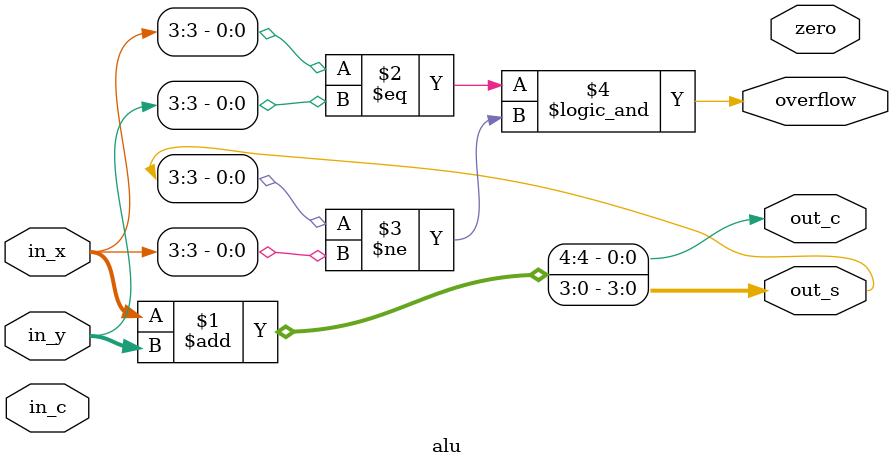
<source format=v>
module alu(
        input in_c,
        input [3:0] in_x,
        input [3:0] in_y,
        output reg [3:0] out_s,
        output reg out_c,
        output reg zero,
        output reg overflow
    );
    assign {out_c, out_s} = in_x + in_y;
    assign overflow = (in_x[3] == in_y[3] && out_s[3] != in_x[3]);

endmodule

</source>
